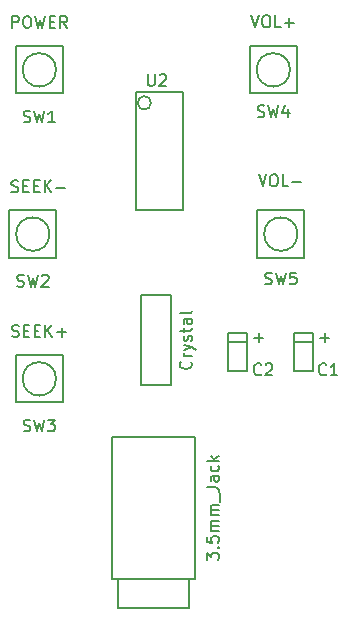
<source format=gto>
G04 #@! TF.FileFunction,Legend,Top*
%FSLAX46Y46*%
G04 Gerber Fmt 4.6, Leading zero omitted, Abs format (unit mm)*
G04 Created by KiCad (PCBNEW 4.0.1-stable) date 2016/10/28 19:13:38*
%MOMM*%
G01*
G04 APERTURE LIST*
%ADD10C,0.100000*%
%ADD11C,0.150000*%
G04 APERTURE END LIST*
D10*
D11*
X132414214Y-98500000D02*
G75*
G03X132414214Y-98500000I-1414214J0D01*
G01*
X133000000Y-100500000D02*
X133000000Y-97000000D01*
X133000000Y-97000000D02*
X133000000Y-96500000D01*
X133000000Y-96500000D02*
X129000000Y-96500000D01*
X129000000Y-96500000D02*
X129000000Y-100500000D01*
X129000000Y-100500000D02*
X133000000Y-100500000D01*
X153414214Y-98500000D02*
G75*
G03X153414214Y-98500000I-1414214J0D01*
G01*
X150000000Y-96500000D02*
X150000000Y-100000000D01*
X150000000Y-100000000D02*
X150000000Y-100500000D01*
X150000000Y-100500000D02*
X154000000Y-100500000D01*
X154000000Y-100500000D02*
X154000000Y-96500000D01*
X154000000Y-96500000D02*
X150000000Y-96500000D01*
X144206000Y-130176000D02*
X138206000Y-130176000D01*
X138206000Y-130176000D02*
X138206000Y-127676000D01*
X138206000Y-127676000D02*
X144206000Y-127676000D01*
X144206000Y-127676000D02*
X144206000Y-130176000D01*
X144206000Y-128176000D02*
X144206000Y-127676000D01*
X138206000Y-128176000D02*
X138206000Y-127676000D01*
X144706000Y-127676000D02*
X144706000Y-115676000D01*
X144706000Y-115676000D02*
X137706000Y-115676000D01*
X137706000Y-115676000D02*
X137706000Y-127676000D01*
X144706000Y-127676000D02*
X141206000Y-127676000D01*
X141206000Y-127676000D02*
X137706000Y-127676000D01*
X141011961Y-87386000D02*
G75*
G03X141011961Y-87386000I-567961J0D01*
G01*
X143714000Y-86450000D02*
X139714000Y-86450000D01*
X139714000Y-86450000D02*
X139714000Y-96450000D01*
X139714000Y-96450000D02*
X143714000Y-96450000D01*
X143714000Y-96450000D02*
X143714000Y-86450000D01*
X155706000Y-107268000D02*
X155706000Y-106868000D01*
X155706000Y-106868000D02*
X155706000Y-107268000D01*
X155706000Y-107268000D02*
X155706000Y-107668000D01*
X155306000Y-107268000D02*
X156106000Y-107268000D01*
X154706000Y-107668000D02*
X153106000Y-107668000D01*
X153106000Y-108468000D02*
X153106000Y-110068000D01*
X154706000Y-108468000D02*
X154706000Y-110068000D01*
X153106000Y-106868000D02*
X153106000Y-108468000D01*
X154706000Y-106868000D02*
X154706000Y-108468000D01*
X154706000Y-110068000D02*
X153106000Y-110068000D01*
X153106000Y-106868000D02*
X154706000Y-106868000D01*
X150118000Y-107268000D02*
X150118000Y-106868000D01*
X150118000Y-106868000D02*
X150118000Y-107268000D01*
X150118000Y-107268000D02*
X150118000Y-107668000D01*
X149718000Y-107268000D02*
X150518000Y-107268000D01*
X149118000Y-107668000D02*
X147518000Y-107668000D01*
X147518000Y-108468000D02*
X147518000Y-110068000D01*
X149118000Y-108468000D02*
X149118000Y-110068000D01*
X147518000Y-106868000D02*
X147518000Y-108468000D01*
X149118000Y-106868000D02*
X149118000Y-108468000D01*
X149118000Y-110068000D02*
X147518000Y-110068000D01*
X147518000Y-106868000D02*
X149118000Y-106868000D01*
X132968214Y-84592000D02*
G75*
G03X132968214Y-84592000I-1414214J0D01*
G01*
X133554000Y-86592000D02*
X133554000Y-83092000D01*
X133554000Y-83092000D02*
X133554000Y-82592000D01*
X133554000Y-82592000D02*
X129554000Y-82592000D01*
X129554000Y-82592000D02*
X129554000Y-86592000D01*
X129554000Y-86592000D02*
X133554000Y-86592000D01*
X132968214Y-110754000D02*
G75*
G03X132968214Y-110754000I-1414214J0D01*
G01*
X133554000Y-112754000D02*
X133554000Y-109254000D01*
X133554000Y-109254000D02*
X133554000Y-108754000D01*
X133554000Y-108754000D02*
X129554000Y-108754000D01*
X129554000Y-108754000D02*
X129554000Y-112754000D01*
X129554000Y-112754000D02*
X133554000Y-112754000D01*
X152780214Y-84592000D02*
G75*
G03X152780214Y-84592000I-1414214J0D01*
G01*
X149366000Y-82592000D02*
X149366000Y-86092000D01*
X149366000Y-86092000D02*
X149366000Y-86592000D01*
X149366000Y-86592000D02*
X153366000Y-86592000D01*
X153366000Y-86592000D02*
X153366000Y-82592000D01*
X153366000Y-82592000D02*
X149366000Y-82592000D01*
X142730000Y-103642000D02*
X140190000Y-103642000D01*
X140190000Y-103642000D02*
X140190000Y-111262000D01*
X140190000Y-111262000D02*
X142730000Y-111262000D01*
X142730000Y-111262000D02*
X142730000Y-103642000D01*
X129666667Y-102904762D02*
X129809524Y-102952381D01*
X130047620Y-102952381D01*
X130142858Y-102904762D01*
X130190477Y-102857143D01*
X130238096Y-102761905D01*
X130238096Y-102666667D01*
X130190477Y-102571429D01*
X130142858Y-102523810D01*
X130047620Y-102476190D01*
X129857143Y-102428571D01*
X129761905Y-102380952D01*
X129714286Y-102333333D01*
X129666667Y-102238095D01*
X129666667Y-102142857D01*
X129714286Y-102047619D01*
X129761905Y-102000000D01*
X129857143Y-101952381D01*
X130095239Y-101952381D01*
X130238096Y-102000000D01*
X130571429Y-101952381D02*
X130809524Y-102952381D01*
X131000001Y-102238095D01*
X131190477Y-102952381D01*
X131428572Y-101952381D01*
X131761905Y-102047619D02*
X131809524Y-102000000D01*
X131904762Y-101952381D01*
X132142858Y-101952381D01*
X132238096Y-102000000D01*
X132285715Y-102047619D01*
X132333334Y-102142857D01*
X132333334Y-102238095D01*
X132285715Y-102380952D01*
X131714286Y-102952381D01*
X132333334Y-102952381D01*
X129190476Y-94904762D02*
X129333333Y-94952381D01*
X129571429Y-94952381D01*
X129666667Y-94904762D01*
X129714286Y-94857143D01*
X129761905Y-94761905D01*
X129761905Y-94666667D01*
X129714286Y-94571429D01*
X129666667Y-94523810D01*
X129571429Y-94476190D01*
X129380952Y-94428571D01*
X129285714Y-94380952D01*
X129238095Y-94333333D01*
X129190476Y-94238095D01*
X129190476Y-94142857D01*
X129238095Y-94047619D01*
X129285714Y-94000000D01*
X129380952Y-93952381D01*
X129619048Y-93952381D01*
X129761905Y-94000000D01*
X130190476Y-94428571D02*
X130523810Y-94428571D01*
X130666667Y-94952381D02*
X130190476Y-94952381D01*
X130190476Y-93952381D01*
X130666667Y-93952381D01*
X131095238Y-94428571D02*
X131428572Y-94428571D01*
X131571429Y-94952381D02*
X131095238Y-94952381D01*
X131095238Y-93952381D01*
X131571429Y-93952381D01*
X132000000Y-94952381D02*
X132000000Y-93952381D01*
X132571429Y-94952381D02*
X132142857Y-94380952D01*
X132571429Y-93952381D02*
X132000000Y-94523810D01*
X133000000Y-94571429D02*
X133761905Y-94571429D01*
X150666667Y-102714762D02*
X150809524Y-102762381D01*
X151047620Y-102762381D01*
X151142858Y-102714762D01*
X151190477Y-102667143D01*
X151238096Y-102571905D01*
X151238096Y-102476667D01*
X151190477Y-102381429D01*
X151142858Y-102333810D01*
X151047620Y-102286190D01*
X150857143Y-102238571D01*
X150761905Y-102190952D01*
X150714286Y-102143333D01*
X150666667Y-102048095D01*
X150666667Y-101952857D01*
X150714286Y-101857619D01*
X150761905Y-101810000D01*
X150857143Y-101762381D01*
X151095239Y-101762381D01*
X151238096Y-101810000D01*
X151571429Y-101762381D02*
X151809524Y-102762381D01*
X152000001Y-102048095D01*
X152190477Y-102762381D01*
X152428572Y-101762381D01*
X153285715Y-101762381D02*
X152809524Y-101762381D01*
X152761905Y-102238571D01*
X152809524Y-102190952D01*
X152904762Y-102143333D01*
X153142858Y-102143333D01*
X153238096Y-102190952D01*
X153285715Y-102238571D01*
X153333334Y-102333810D01*
X153333334Y-102571905D01*
X153285715Y-102667143D01*
X153238096Y-102714762D01*
X153142858Y-102762381D01*
X152904762Y-102762381D01*
X152809524Y-102714762D01*
X152761905Y-102667143D01*
X150119048Y-93452381D02*
X150452381Y-94452381D01*
X150785715Y-93452381D01*
X151309524Y-93452381D02*
X151500001Y-93452381D01*
X151595239Y-93500000D01*
X151690477Y-93595238D01*
X151738096Y-93785714D01*
X151738096Y-94119048D01*
X151690477Y-94309524D01*
X151595239Y-94404762D01*
X151500001Y-94452381D01*
X151309524Y-94452381D01*
X151214286Y-94404762D01*
X151119048Y-94309524D01*
X151071429Y-94119048D01*
X151071429Y-93785714D01*
X151119048Y-93595238D01*
X151214286Y-93500000D01*
X151309524Y-93452381D01*
X152642858Y-94452381D02*
X152166667Y-94452381D01*
X152166667Y-93452381D01*
X152976191Y-94071429D02*
X153738096Y-94071429D01*
X145738381Y-126104571D02*
X145738381Y-125485523D01*
X146119333Y-125818857D01*
X146119333Y-125675999D01*
X146166952Y-125580761D01*
X146214571Y-125533142D01*
X146309810Y-125485523D01*
X146547905Y-125485523D01*
X146643143Y-125533142D01*
X146690762Y-125580761D01*
X146738381Y-125675999D01*
X146738381Y-125961714D01*
X146690762Y-126056952D01*
X146643143Y-126104571D01*
X146643143Y-125056952D02*
X146690762Y-125009333D01*
X146738381Y-125056952D01*
X146690762Y-125104571D01*
X146643143Y-125056952D01*
X146738381Y-125056952D01*
X145738381Y-124104571D02*
X145738381Y-124580762D01*
X146214571Y-124628381D01*
X146166952Y-124580762D01*
X146119333Y-124485524D01*
X146119333Y-124247428D01*
X146166952Y-124152190D01*
X146214571Y-124104571D01*
X146309810Y-124056952D01*
X146547905Y-124056952D01*
X146643143Y-124104571D01*
X146690762Y-124152190D01*
X146738381Y-124247428D01*
X146738381Y-124485524D01*
X146690762Y-124580762D01*
X146643143Y-124628381D01*
X146738381Y-123628381D02*
X146071714Y-123628381D01*
X146166952Y-123628381D02*
X146119333Y-123580762D01*
X146071714Y-123485524D01*
X146071714Y-123342666D01*
X146119333Y-123247428D01*
X146214571Y-123199809D01*
X146738381Y-123199809D01*
X146214571Y-123199809D02*
X146119333Y-123152190D01*
X146071714Y-123056952D01*
X146071714Y-122914095D01*
X146119333Y-122818857D01*
X146214571Y-122771238D01*
X146738381Y-122771238D01*
X146738381Y-122295048D02*
X146071714Y-122295048D01*
X146166952Y-122295048D02*
X146119333Y-122247429D01*
X146071714Y-122152191D01*
X146071714Y-122009333D01*
X146119333Y-121914095D01*
X146214571Y-121866476D01*
X146738381Y-121866476D01*
X146214571Y-121866476D02*
X146119333Y-121818857D01*
X146071714Y-121723619D01*
X146071714Y-121580762D01*
X146119333Y-121485524D01*
X146214571Y-121437905D01*
X146738381Y-121437905D01*
X146833619Y-121199810D02*
X146833619Y-120437905D01*
X145738381Y-119914095D02*
X146452667Y-119914095D01*
X146595524Y-119961715D01*
X146690762Y-120056953D01*
X146738381Y-120199810D01*
X146738381Y-120295048D01*
X146738381Y-119009333D02*
X146214571Y-119009333D01*
X146119333Y-119056952D01*
X146071714Y-119152190D01*
X146071714Y-119342667D01*
X146119333Y-119437905D01*
X146690762Y-119009333D02*
X146738381Y-119104571D01*
X146738381Y-119342667D01*
X146690762Y-119437905D01*
X146595524Y-119485524D01*
X146500286Y-119485524D01*
X146405048Y-119437905D01*
X146357429Y-119342667D01*
X146357429Y-119104571D01*
X146309810Y-119009333D01*
X146690762Y-118104571D02*
X146738381Y-118199809D01*
X146738381Y-118390286D01*
X146690762Y-118485524D01*
X146643143Y-118533143D01*
X146547905Y-118580762D01*
X146262190Y-118580762D01*
X146166952Y-118533143D01*
X146119333Y-118485524D01*
X146071714Y-118390286D01*
X146071714Y-118199809D01*
X146119333Y-118104571D01*
X146738381Y-117676000D02*
X145738381Y-117676000D01*
X146357429Y-117580762D02*
X146738381Y-117295047D01*
X146071714Y-117295047D02*
X146452667Y-117676000D01*
X140738095Y-84952381D02*
X140738095Y-85761905D01*
X140785714Y-85857143D01*
X140833333Y-85904762D01*
X140928571Y-85952381D01*
X141119048Y-85952381D01*
X141214286Y-85904762D01*
X141261905Y-85857143D01*
X141309524Y-85761905D01*
X141309524Y-84952381D01*
X141738095Y-85047619D02*
X141785714Y-85000000D01*
X141880952Y-84952381D01*
X142119048Y-84952381D01*
X142214286Y-85000000D01*
X142261905Y-85047619D01*
X142309524Y-85142857D01*
X142309524Y-85238095D01*
X142261905Y-85380952D01*
X141690476Y-85952381D01*
X142309524Y-85952381D01*
X155833334Y-110357143D02*
X155785715Y-110404762D01*
X155642858Y-110452381D01*
X155547620Y-110452381D01*
X155404762Y-110404762D01*
X155309524Y-110309524D01*
X155261905Y-110214286D01*
X155214286Y-110023810D01*
X155214286Y-109880952D01*
X155261905Y-109690476D01*
X155309524Y-109595238D01*
X155404762Y-109500000D01*
X155547620Y-109452381D01*
X155642858Y-109452381D01*
X155785715Y-109500000D01*
X155833334Y-109547619D01*
X156785715Y-110452381D02*
X156214286Y-110452381D01*
X156500000Y-110452381D02*
X156500000Y-109452381D01*
X156404762Y-109595238D01*
X156309524Y-109690476D01*
X156214286Y-109738095D01*
X150333334Y-110357143D02*
X150285715Y-110404762D01*
X150142858Y-110452381D01*
X150047620Y-110452381D01*
X149904762Y-110404762D01*
X149809524Y-110309524D01*
X149761905Y-110214286D01*
X149714286Y-110023810D01*
X149714286Y-109880952D01*
X149761905Y-109690476D01*
X149809524Y-109595238D01*
X149904762Y-109500000D01*
X150047620Y-109452381D01*
X150142858Y-109452381D01*
X150285715Y-109500000D01*
X150333334Y-109547619D01*
X150714286Y-109547619D02*
X150761905Y-109500000D01*
X150857143Y-109452381D01*
X151095239Y-109452381D01*
X151190477Y-109500000D01*
X151238096Y-109547619D01*
X151285715Y-109642857D01*
X151285715Y-109738095D01*
X151238096Y-109880952D01*
X150666667Y-110452381D01*
X151285715Y-110452381D01*
X130220667Y-88996762D02*
X130363524Y-89044381D01*
X130601620Y-89044381D01*
X130696858Y-88996762D01*
X130744477Y-88949143D01*
X130792096Y-88853905D01*
X130792096Y-88758667D01*
X130744477Y-88663429D01*
X130696858Y-88615810D01*
X130601620Y-88568190D01*
X130411143Y-88520571D01*
X130315905Y-88472952D01*
X130268286Y-88425333D01*
X130220667Y-88330095D01*
X130220667Y-88234857D01*
X130268286Y-88139619D01*
X130315905Y-88092000D01*
X130411143Y-88044381D01*
X130649239Y-88044381D01*
X130792096Y-88092000D01*
X131125429Y-88044381D02*
X131363524Y-89044381D01*
X131554001Y-88330095D01*
X131744477Y-89044381D01*
X131982572Y-88044381D01*
X132887334Y-89044381D02*
X132315905Y-89044381D01*
X132601619Y-89044381D02*
X132601619Y-88044381D01*
X132506381Y-88187238D01*
X132411143Y-88282476D01*
X132315905Y-88330095D01*
X129244476Y-81044381D02*
X129244476Y-80044381D01*
X129625429Y-80044381D01*
X129720667Y-80092000D01*
X129768286Y-80139619D01*
X129815905Y-80234857D01*
X129815905Y-80377714D01*
X129768286Y-80472952D01*
X129720667Y-80520571D01*
X129625429Y-80568190D01*
X129244476Y-80568190D01*
X130434952Y-80044381D02*
X130625429Y-80044381D01*
X130720667Y-80092000D01*
X130815905Y-80187238D01*
X130863524Y-80377714D01*
X130863524Y-80711048D01*
X130815905Y-80901524D01*
X130720667Y-80996762D01*
X130625429Y-81044381D01*
X130434952Y-81044381D01*
X130339714Y-80996762D01*
X130244476Y-80901524D01*
X130196857Y-80711048D01*
X130196857Y-80377714D01*
X130244476Y-80187238D01*
X130339714Y-80092000D01*
X130434952Y-80044381D01*
X131196857Y-80044381D02*
X131434952Y-81044381D01*
X131625429Y-80330095D01*
X131815905Y-81044381D01*
X132054000Y-80044381D01*
X132434952Y-80520571D02*
X132768286Y-80520571D01*
X132911143Y-81044381D02*
X132434952Y-81044381D01*
X132434952Y-80044381D01*
X132911143Y-80044381D01*
X133911143Y-81044381D02*
X133577809Y-80568190D01*
X133339714Y-81044381D02*
X133339714Y-80044381D01*
X133720667Y-80044381D01*
X133815905Y-80092000D01*
X133863524Y-80139619D01*
X133911143Y-80234857D01*
X133911143Y-80377714D01*
X133863524Y-80472952D01*
X133815905Y-80520571D01*
X133720667Y-80568190D01*
X133339714Y-80568190D01*
X130220667Y-115158762D02*
X130363524Y-115206381D01*
X130601620Y-115206381D01*
X130696858Y-115158762D01*
X130744477Y-115111143D01*
X130792096Y-115015905D01*
X130792096Y-114920667D01*
X130744477Y-114825429D01*
X130696858Y-114777810D01*
X130601620Y-114730190D01*
X130411143Y-114682571D01*
X130315905Y-114634952D01*
X130268286Y-114587333D01*
X130220667Y-114492095D01*
X130220667Y-114396857D01*
X130268286Y-114301619D01*
X130315905Y-114254000D01*
X130411143Y-114206381D01*
X130649239Y-114206381D01*
X130792096Y-114254000D01*
X131125429Y-114206381D02*
X131363524Y-115206381D01*
X131554001Y-114492095D01*
X131744477Y-115206381D01*
X131982572Y-114206381D01*
X132268286Y-114206381D02*
X132887334Y-114206381D01*
X132554000Y-114587333D01*
X132696858Y-114587333D01*
X132792096Y-114634952D01*
X132839715Y-114682571D01*
X132887334Y-114777810D01*
X132887334Y-115015905D01*
X132839715Y-115111143D01*
X132792096Y-115158762D01*
X132696858Y-115206381D01*
X132411143Y-115206381D01*
X132315905Y-115158762D01*
X132268286Y-115111143D01*
X129244476Y-107158762D02*
X129387333Y-107206381D01*
X129625429Y-107206381D01*
X129720667Y-107158762D01*
X129768286Y-107111143D01*
X129815905Y-107015905D01*
X129815905Y-106920667D01*
X129768286Y-106825429D01*
X129720667Y-106777810D01*
X129625429Y-106730190D01*
X129434952Y-106682571D01*
X129339714Y-106634952D01*
X129292095Y-106587333D01*
X129244476Y-106492095D01*
X129244476Y-106396857D01*
X129292095Y-106301619D01*
X129339714Y-106254000D01*
X129434952Y-106206381D01*
X129673048Y-106206381D01*
X129815905Y-106254000D01*
X130244476Y-106682571D02*
X130577810Y-106682571D01*
X130720667Y-107206381D02*
X130244476Y-107206381D01*
X130244476Y-106206381D01*
X130720667Y-106206381D01*
X131149238Y-106682571D02*
X131482572Y-106682571D01*
X131625429Y-107206381D02*
X131149238Y-107206381D01*
X131149238Y-106206381D01*
X131625429Y-106206381D01*
X132054000Y-107206381D02*
X132054000Y-106206381D01*
X132625429Y-107206381D02*
X132196857Y-106634952D01*
X132625429Y-106206381D02*
X132054000Y-106777810D01*
X133054000Y-106825429D02*
X133815905Y-106825429D01*
X133434953Y-107206381D02*
X133434953Y-106444476D01*
X150032667Y-88552762D02*
X150175524Y-88600381D01*
X150413620Y-88600381D01*
X150508858Y-88552762D01*
X150556477Y-88505143D01*
X150604096Y-88409905D01*
X150604096Y-88314667D01*
X150556477Y-88219429D01*
X150508858Y-88171810D01*
X150413620Y-88124190D01*
X150223143Y-88076571D01*
X150127905Y-88028952D01*
X150080286Y-87981333D01*
X150032667Y-87886095D01*
X150032667Y-87790857D01*
X150080286Y-87695619D01*
X150127905Y-87648000D01*
X150223143Y-87600381D01*
X150461239Y-87600381D01*
X150604096Y-87648000D01*
X150937429Y-87600381D02*
X151175524Y-88600381D01*
X151366001Y-87886095D01*
X151556477Y-88600381D01*
X151794572Y-87600381D01*
X152604096Y-87933714D02*
X152604096Y-88600381D01*
X152366000Y-87552762D02*
X152127905Y-88267048D01*
X152746953Y-88267048D01*
X149485048Y-79980381D02*
X149818381Y-80980381D01*
X150151715Y-79980381D01*
X150675524Y-79980381D02*
X150866001Y-79980381D01*
X150961239Y-80028000D01*
X151056477Y-80123238D01*
X151104096Y-80313714D01*
X151104096Y-80647048D01*
X151056477Y-80837524D01*
X150961239Y-80932762D01*
X150866001Y-80980381D01*
X150675524Y-80980381D01*
X150580286Y-80932762D01*
X150485048Y-80837524D01*
X150437429Y-80647048D01*
X150437429Y-80313714D01*
X150485048Y-80123238D01*
X150580286Y-80028000D01*
X150675524Y-79980381D01*
X152008858Y-80980381D02*
X151532667Y-80980381D01*
X151532667Y-79980381D01*
X152342191Y-80599429D02*
X153104096Y-80599429D01*
X152723144Y-80980381D02*
X152723144Y-80218476D01*
X144357143Y-109285715D02*
X144404762Y-109333334D01*
X144452381Y-109476191D01*
X144452381Y-109571429D01*
X144404762Y-109714287D01*
X144309524Y-109809525D01*
X144214286Y-109857144D01*
X144023810Y-109904763D01*
X143880952Y-109904763D01*
X143690476Y-109857144D01*
X143595238Y-109809525D01*
X143500000Y-109714287D01*
X143452381Y-109571429D01*
X143452381Y-109476191D01*
X143500000Y-109333334D01*
X143547619Y-109285715D01*
X144452381Y-108857144D02*
X143785714Y-108857144D01*
X143976190Y-108857144D02*
X143880952Y-108809525D01*
X143833333Y-108761906D01*
X143785714Y-108666668D01*
X143785714Y-108571429D01*
X143785714Y-108333334D02*
X144452381Y-108095239D01*
X143785714Y-107857143D02*
X144452381Y-108095239D01*
X144690476Y-108190477D01*
X144738095Y-108238096D01*
X144785714Y-108333334D01*
X144404762Y-107523810D02*
X144452381Y-107428572D01*
X144452381Y-107238096D01*
X144404762Y-107142857D01*
X144309524Y-107095238D01*
X144261905Y-107095238D01*
X144166667Y-107142857D01*
X144119048Y-107238096D01*
X144119048Y-107380953D01*
X144071429Y-107476191D01*
X143976190Y-107523810D01*
X143928571Y-107523810D01*
X143833333Y-107476191D01*
X143785714Y-107380953D01*
X143785714Y-107238096D01*
X143833333Y-107142857D01*
X143785714Y-106809524D02*
X143785714Y-106428572D01*
X143452381Y-106666667D02*
X144309524Y-106666667D01*
X144404762Y-106619048D01*
X144452381Y-106523810D01*
X144452381Y-106428572D01*
X144452381Y-105666666D02*
X143928571Y-105666666D01*
X143833333Y-105714285D01*
X143785714Y-105809523D01*
X143785714Y-106000000D01*
X143833333Y-106095238D01*
X144404762Y-105666666D02*
X144452381Y-105761904D01*
X144452381Y-106000000D01*
X144404762Y-106095238D01*
X144309524Y-106142857D01*
X144214286Y-106142857D01*
X144119048Y-106095238D01*
X144071429Y-106000000D01*
X144071429Y-105761904D01*
X144023810Y-105666666D01*
X144452381Y-105047619D02*
X144404762Y-105142857D01*
X144309524Y-105190476D01*
X143452381Y-105190476D01*
M02*

</source>
